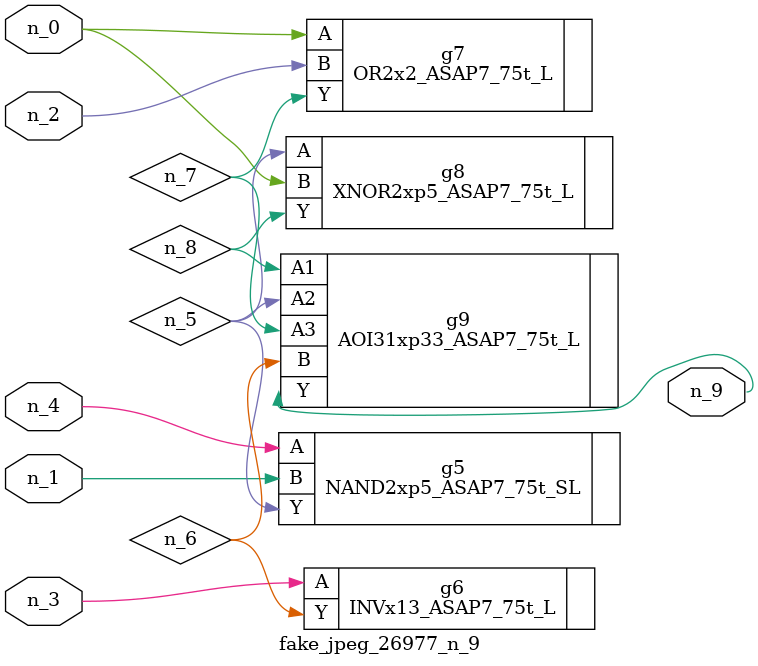
<source format=v>
module fake_jpeg_26977_n_9 (n_3, n_2, n_1, n_0, n_4, n_9);

input n_3;
input n_2;
input n_1;
input n_0;
input n_4;

output n_9;

wire n_8;
wire n_6;
wire n_5;
wire n_7;

NAND2xp5_ASAP7_75t_SL g5 ( 
.A(n_4),
.B(n_1),
.Y(n_5)
);

INVx13_ASAP7_75t_L g6 ( 
.A(n_3),
.Y(n_6)
);

OR2x2_ASAP7_75t_L g7 ( 
.A(n_0),
.B(n_2),
.Y(n_7)
);

XNOR2xp5_ASAP7_75t_L g8 ( 
.A(n_5),
.B(n_0),
.Y(n_8)
);

AOI31xp33_ASAP7_75t_L g9 ( 
.A1(n_8),
.A2(n_5),
.A3(n_7),
.B(n_6),
.Y(n_9)
);


endmodule
</source>
